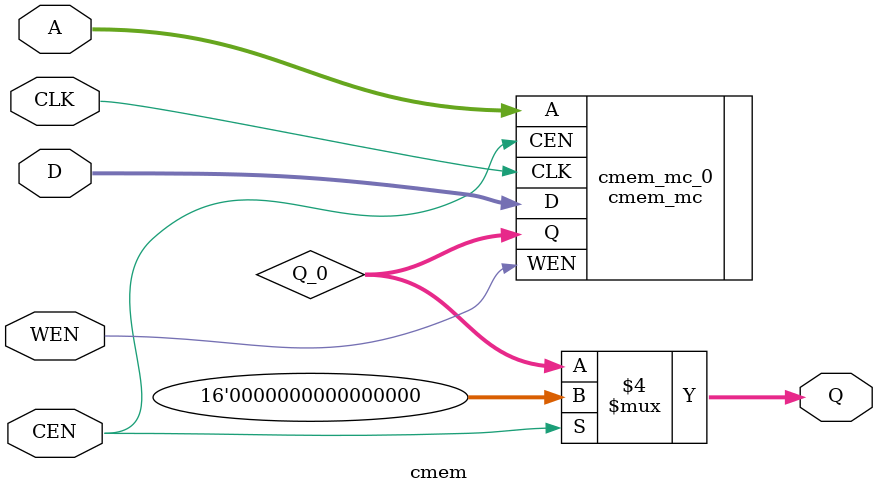
<source format=v>
`timescale 1ns/1ps

module cmem (CLK, CEN, WEN, A, D, Q);		
	input CLK; 										 
	input CEN;
	input WEN;
	input [5:0] A;		// 2^6 = 64 words
	input [15:0] D; 	// 16-bit input data
	output reg [15:0] Q;	// 16-bit output data

	wire [15:0] Q_0;

	cmem_mc cmem_mc_0 (.CLK(CLK), .CEN(CEN), .WEN(WEN), .A(A), .D(D), .Q(Q_0));
	
	always @(*)
	begin
		if (CEN == 0)
			Q = Q_0;
		else
			Q = 0;
	end

endmodule
		

</source>
